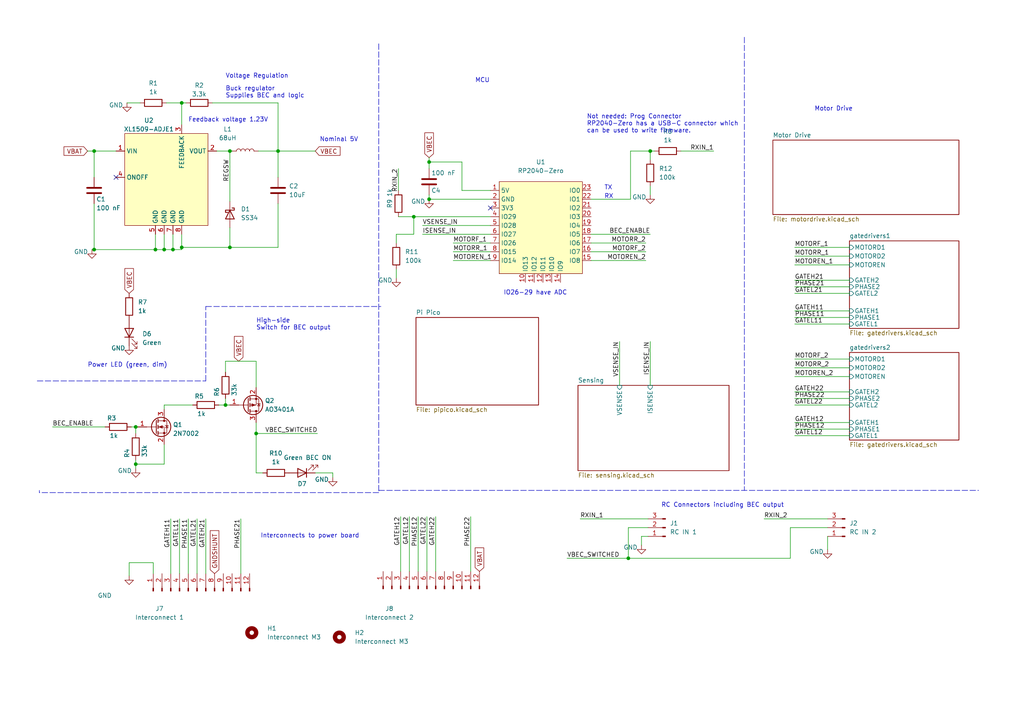
<source format=kicad_sch>
(kicad_sch (version 20210621) (generator eeschema)
  (paper "A4")
  (title_block (title "Feather ESC Logic Board") (date "2021-11-21"))
  (lib_symbols
    (symbol "Connector:Conn_01x03_Male" (pin_names (offset 1.016) hide)
      (property "Reference" "J" (at 0 5.08 0))
      (property "Value" "Conn_01x03_Male" (at 0 -5.08 0))
      (symbol "Conn_01x03_Male_1_1"
        (polyline (pts (xy 1.27 -2.54) (xy 0.8636 -2.54)) (stroke (width 0.1524)))
        (polyline (pts (xy 1.27 0) (xy 0.8636 0)) (stroke (width 0.1524)))
        (polyline (pts (xy 1.27 2.54) (xy 0.8636 2.54)) (stroke (width 0.1524)))
        (rectangle (start 0.8636 -2.413) (end 0 -2.667) (stroke (width 0.1524)) (fill (type outline)))
        (rectangle (start 0.8636 0.127) (end 0 -0.127) (stroke (width 0.1524)) (fill (type outline)))
        (rectangle (start 0.8636 2.667) (end 0 2.413) (stroke (width 0.1524)) (fill (type outline)))
        (pin passive line (at 5.08 2.54 180) (length 3.81) (name "Pin_1") (number "1"))
        (pin passive line (at 5.08 0 180) (length 3.81) (name "Pin_2") (number "2"))
        (pin passive line (at 5.08 -2.54 180) (length 3.81) (name "Pin_3") (number "3"))
      )
    )
    (symbol "Connector:Conn_01x12_Male" (pin_names (offset 1.016) hide)
      (property "Reference" "J" (at 0 15.24 0))
      (property "Value" "Conn_01x12_Male" (at 0 -17.78 0))
      (symbol "Conn_01x12_Male_1_1"
        (polyline (pts (xy 1.27 -15.24) (xy 0.8636 -15.24)) (stroke (width 0.1524)))
        (polyline (pts (xy 1.27 -12.7) (xy 0.8636 -12.7)) (stroke (width 0.1524)))
        (polyline (pts (xy 1.27 -10.16) (xy 0.8636 -10.16)) (stroke (width 0.1524)))
        (polyline (pts (xy 1.27 -7.62) (xy 0.8636 -7.62)) (stroke (width 0.1524)))
        (polyline (pts (xy 1.27 -5.08) (xy 0.8636 -5.08)) (stroke (width 0.1524)))
        (polyline (pts (xy 1.27 -2.54) (xy 0.8636 -2.54)) (stroke (width 0.1524)))
        (polyline (pts (xy 1.27 0) (xy 0.8636 0)) (stroke (width 0.1524)))
        (polyline (pts (xy 1.27 2.54) (xy 0.8636 2.54)) (stroke (width 0.1524)))
        (polyline (pts (xy 1.27 5.08) (xy 0.8636 5.08)) (stroke (width 0.1524)))
        (polyline (pts (xy 1.27 7.62) (xy 0.8636 7.62)) (stroke (width 0.1524)))
        (polyline (pts (xy 1.27 10.16) (xy 0.8636 10.16)) (stroke (width 0.1524)))
        (polyline (pts (xy 1.27 12.7) (xy 0.8636 12.7)) (stroke (width 0.1524)))
        (rectangle (start 0.8636 -15.113) (end 0 -15.367) (stroke (width 0.1524)) (fill (type outline)))
        (rectangle (start 0.8636 -12.573) (end 0 -12.827) (stroke (width 0.1524)) (fill (type outline)))
        (rectangle (start 0.8636 -10.033) (end 0 -10.287) (stroke (width 0.1524)) (fill (type outline)))
        (rectangle (start 0.8636 -7.493) (end 0 -7.747) (stroke (width 0.1524)) (fill (type outline)))
        (rectangle (start 0.8636 -4.953) (end 0 -5.207) (stroke (width 0.1524)) (fill (type outline)))
        (rectangle (start 0.8636 -2.413) (end 0 -2.667) (stroke (width 0.1524)) (fill (type outline)))
        (rectangle (start 0.8636 0.127) (end 0 -0.127) (stroke (width 0.1524)) (fill (type outline)))
        (rectangle (start 0.8636 2.667) (end 0 2.413) (stroke (width 0.1524)) (fill (type outline)))
        (rectangle (start 0.8636 5.207) (end 0 4.953) (stroke (width 0.1524)) (fill (type outline)))
        (rectangle (start 0.8636 7.747) (end 0 7.493) (stroke (width 0.1524)) (fill (type outline)))
        (rectangle (start 0.8636 10.287) (end 0 10.033) (stroke (width 0.1524)) (fill (type outline)))
        (rectangle (start 0.8636 12.827) (end 0 12.573) (stroke (width 0.1524)) (fill (type outline)))
        (pin passive line (at 5.08 12.7 180) (length 3.81) (name "Pin_1") (number "1"))
        (pin passive line (at 5.08 -10.16 180) (length 3.81) (name "Pin_10") (number "10"))
        (pin passive line (at 5.08 -12.7 180) (length 3.81) (name "Pin_11") (number "11"))
        (pin passive line (at 5.08 -15.24 180) (length 3.81) (name "Pin_12") (number "12"))
        (pin passive line (at 5.08 10.16 180) (length 3.81) (name "Pin_2") (number "2"))
        (pin passive line (at 5.08 7.62 180) (length 3.81) (name "Pin_3") (number "3"))
        (pin passive line (at 5.08 5.08 180) (length 3.81) (name "Pin_4") (number "4"))
        (pin passive line (at 5.08 2.54 180) (length 3.81) (name "Pin_5") (number "5"))
        (pin passive line (at 5.08 0 180) (length 3.81) (name "Pin_6") (number "6"))
        (pin passive line (at 5.08 -2.54 180) (length 3.81) (name "Pin_7") (number "7"))
        (pin passive line (at 5.08 -5.08 180) (length 3.81) (name "Pin_8") (number "8"))
        (pin passive line (at 5.08 -7.62 180) (length 3.81) (name "Pin_9") (number "9"))
      )
    )
    (symbol "Device:C" (pin_numbers hide) (pin_names (offset 0.254))
      (property "Reference" "C" (at 0.635 2.54 0))
      (property "Value" "C" (at 0.635 -2.54 0))
      (symbol "C_0_1"
        (polyline (pts (xy -2.032 -0.762) (xy 2.032 -0.762)) (stroke (width 0.508)))
        (polyline (pts (xy -2.032 0.762) (xy 2.032 0.762)) (stroke (width 0.508)))
      )
      (symbol "C_1_1"
        (pin passive line (at 0 3.81 270) (length 2.794) (name "~") (number "1"))
        (pin passive line (at 0 -3.81 90) (length 2.794) (name "~") (number "2"))
      )
    )
    (symbol "Device:D_Schottky" (pin_numbers hide) (pin_names (offset 1.016) hide)
      (property "Reference" "D" (at 0 2.54 0))
      (property "Value" "D_Schottky" (at 0 -2.54 0))
      (symbol "D_Schottky_0_1"
        (polyline (pts (xy 1.27 0) (xy -1.27 0)))
        (polyline (pts (xy 1.27 1.27) (xy 1.27 -1.27) (xy -1.27 0) (xy 1.27 1.27)) (stroke (width 0.254)))
        (polyline (pts (xy -1.905 0.635) (xy -1.905 1.27) (xy -1.27 1.27) (xy -1.27 -1.27) (xy -0.635 -1.27) (xy -0.635 -0.635)) (stroke (width 0.254)))
      )
      (symbol "D_Schottky_1_1"
        (pin passive line (at -3.81 0 0) (length 2.54) (name "K") (number "1"))
        (pin passive line (at 3.81 0 180) (length 2.54) (name "A") (number "2"))
      )
    )
    (symbol "Device:L" (pin_numbers hide) (pin_names (offset 1.016) hide)
      (property "Reference" "L" (at -1.27 0 90))
      (property "Value" "L" (at 1.905 0 90))
      (symbol "L_0_1"
        (arc (start 0 -2.54) (mid 0.635 -1.905) (end 0 -1.27))
        (arc (start 0 -1.27) (mid 0.635 -0.635) (end 0 0))
        (arc (start 0 0) (mid 0.635 0.635) (end 0 1.27))
        (arc (start 0 1.27) (mid 0.635 1.905) (end 0 2.54))
      )
      (symbol "L_1_1"
        (pin passive line (at 0 3.81 270) (length 1.27) (name "1") (number "1"))
        (pin passive line (at 0 -3.81 90) (length 1.27) (name "2") (number "2"))
      )
    )
    (symbol "Device:LED" (pin_numbers hide) (pin_names (offset 1.016) hide)
      (property "Reference" "D" (at 0 2.54 0))
      (property "Value" "LED" (at 0 -2.54 0))
      (symbol "LED_0_1"
        (polyline (pts (xy -1.27 -1.27) (xy -1.27 1.27)) (stroke (width 0.254)))
        (polyline (pts (xy -1.27 0) (xy 1.27 0)))
        (polyline (pts (xy 1.27 -1.27) (xy 1.27 1.27) (xy -1.27 0) (xy 1.27 -1.27)) (stroke (width 0.254)))
        (polyline (pts (xy -3.048 -0.762) (xy -4.572 -2.286) (xy -3.81 -2.286) (xy -4.572 -2.286) (xy -4.572 -1.524)))
        (polyline (pts (xy -1.778 -0.762) (xy -3.302 -2.286) (xy -2.54 -2.286) (xy -3.302 -2.286) (xy -3.302 -1.524)))
      )
      (symbol "LED_1_1"
        (pin passive line (at -3.81 0 0) (length 2.54) (name "K") (number "1"))
        (pin passive line (at 3.81 0 180) (length 2.54) (name "A") (number "2"))
      )
    )
    (symbol "Device:R" (pin_numbers hide) (pin_names (offset 0))
      (property "Reference" "R" (at 2.032 0 90))
      (property "Value" "R" (at 0 0 90))
      (symbol "R_0_1"
        (rectangle (start -1.016 -2.54) (end 1.016 2.54) (stroke (width 0.254)))
      )
      (symbol "R_1_1"
        (pin passive line (at 0 3.81 270) (length 1.27) (name "~") (number "1"))
        (pin passive line (at 0 -3.81 90) (length 1.27) (name "~") (number "2"))
      )
    )
    (symbol "Mechanical:MountingHole" (pin_names (offset 1.016))
      (property "Reference" "H" (at 0 5.08 0))
      (property "Value" "MountingHole" (at 0 3.175 0))
      (symbol "MountingHole_0_1"
        (circle (center 0 0) (radius 1.27) (stroke (width 1.27)))
      )
    )
    (symbol "Transistor_FET:2N7002" (pin_names hide)
      (property "Reference" "Q" (at 5.08 1.905 0))
      (property "Value" "2N7002" (at 5.08 0 0))
      (symbol "2N7002_0_1"
        (polyline (pts (xy 0.254 0) (xy -2.54 0)))
        (polyline (pts (xy 0.254 1.905) (xy 0.254 -1.905)) (stroke (width 0.254)))
        (polyline (pts (xy 0.762 -1.27) (xy 0.762 -2.286)) (stroke (width 0.254)))
        (polyline (pts (xy 0.762 0.508) (xy 0.762 -0.508)) (stroke (width 0.254)))
        (polyline (pts (xy 0.762 2.286) (xy 0.762 1.27)) (stroke (width 0.254)))
        (polyline (pts (xy 2.54 2.54) (xy 2.54 1.778)))
        (polyline (pts (xy 2.54 -2.54) (xy 2.54 0) (xy 0.762 0)))
        (polyline (pts (xy 0.762 -1.778) (xy 3.302 -1.778) (xy 3.302 1.778) (xy 0.762 1.778)))
        (polyline (pts (xy 1.016 0) (xy 2.032 0.381) (xy 2.032 -0.381) (xy 1.016 0)) (fill (type outline)))
        (polyline (pts (xy 2.794 0.508) (xy 2.921 0.381) (xy 3.683 0.381) (xy 3.81 0.254)))
        (polyline (pts (xy 3.302 0.381) (xy 2.921 -0.254) (xy 3.683 -0.254) (xy 3.302 0.381)))
        (circle (center 1.651 0) (radius 2.794) (stroke (width 0.254)))
        (circle (center 2.54 -1.778) (radius 0.254) (fill (type outline)))
        (circle (center 2.54 1.778) (radius 0.254) (fill (type outline)))
      )
      (symbol "2N7002_1_1"
        (pin input line (at -5.08 0 0) (length 2.54) (name "G") (number "1"))
        (pin passive line (at 2.54 -5.08 90) (length 2.54) (name "S") (number "2"))
        (pin passive line (at 2.54 5.08 270) (length 2.54) (name "D") (number "3"))
      )
    )
    (symbol "Transistor_FET:AO3401A" (pin_names hide)
      (property "Reference" "Q" (at 5.08 1.905 0))
      (property "Value" "AO3401A" (at 5.08 0 0))
      (symbol "AO3401A_0_1"
        (polyline (pts (xy 0.254 0) (xy -2.54 0)))
        (polyline (pts (xy 0.254 1.905) (xy 0.254 -1.905)) (stroke (width 0.254)))
        (polyline (pts (xy 0.762 -1.27) (xy 0.762 -2.286)) (stroke (width 0.254)))
        (polyline (pts (xy 0.762 0.508) (xy 0.762 -0.508)) (stroke (width 0.254)))
        (polyline (pts (xy 0.762 2.286) (xy 0.762 1.27)) (stroke (width 0.254)))
        (polyline (pts (xy 2.54 2.54) (xy 2.54 1.778)))
        (polyline (pts (xy 2.54 -2.54) (xy 2.54 0) (xy 0.762 0)))
        (polyline (pts (xy 0.762 1.778) (xy 3.302 1.778) (xy 3.302 -1.778) (xy 0.762 -1.778)))
        (polyline (pts (xy 2.286 0) (xy 1.27 0.381) (xy 1.27 -0.381) (xy 2.286 0)) (fill (type outline)))
        (polyline (pts (xy 2.794 -0.508) (xy 2.921 -0.381) (xy 3.683 -0.381) (xy 3.81 -0.254)))
        (polyline (pts (xy 3.302 -0.381) (xy 2.921 0.254) (xy 3.683 0.254) (xy 3.302 -0.381)))
        (circle (center 1.651 0) (radius 2.794) (stroke (width 0.254)))
        (circle (center 2.54 -1.778) (radius 0.254) (fill (type outline)))
        (circle (center 2.54 1.778) (radius 0.254) (fill (type outline)))
      )
      (symbol "AO3401A_1_1"
        (pin input line (at -5.08 0 0) (length 2.54) (name "G") (number "1"))
        (pin passive line (at 2.54 -5.08 90) (length 2.54) (name "S") (number "2"))
        (pin passive line (at 2.54 5.08 270) (length 2.54) (name "D") (number "3"))
      )
    )
    (symbol "featheresc_logic:RP2040-Zero"
      (property "Reference" "U" (at -15.24 3.81 0))
      (property "Value" "RP2040-Zero" (at -1.27 8.89 0))
      (symbol "RP2040-Zero_0_0"
        (pin power_in line (at -15.24 3.81 0) (length 2.54) (name "5V") (number "1"))
        (pin bidirectional line (at -5.08 -22.86 90) (length 2.54) (name "IO13") (number "10"))
        (pin bidirectional line (at -2.54 -22.86 90) (length 2.54) (name "IO12") (number "11"))
        (pin bidirectional line (at 0 -22.86 90) (length 2.54) (name "IO11") (number "12"))
        (pin bidirectional line (at 2.54 -22.86 90) (length 2.54) (name "IO10") (number "13"))
        (pin bidirectional line (at 5.08 -22.86 90) (length 2.54) (name "IO9") (number "14"))
        (pin bidirectional line (at 13.97 -16.51 180) (length 2.54) (name "IO8") (number "15"))
        (pin bidirectional line (at 13.97 -13.97 180) (length 2.54) (name "IO7") (number "16"))
        (pin bidirectional line (at 13.97 -11.43 180) (length 2.54) (name "IO6") (number "17"))
        (pin bidirectional line (at 13.97 -8.89 180) (length 2.54) (name "IO5") (number "18"))
        (pin bidirectional line (at 13.97 -6.35 180) (length 2.54) (name "IO4") (number "19"))
        (pin power_in line (at -15.24 1.27 0) (length 2.54) (name "GND") (number "2"))
        (pin bidirectional line (at 13.97 -3.81 180) (length 2.54) (name "IO3") (number "20"))
        (pin bidirectional line (at 13.97 -1.27 180) (length 2.54) (name "IO2") (number "21"))
        (pin bidirectional line (at 13.97 1.27 180) (length 2.54) (name "IO1") (number "22"))
        (pin bidirectional line (at 13.97 3.81 180) (length 2.54) (name "IO0") (number "23"))
        (pin power_out line (at -15.24 -1.27 0) (length 2.54) (name "3V3") (number "3"))
        (pin bidirectional line (at -15.24 -3.81 0) (length 2.54) (name "IO29") (number "4"))
        (pin bidirectional line (at -15.24 -6.35 0) (length 2.54) (name "IO28") (number "5"))
        (pin bidirectional line (at -15.24 -8.89 0) (length 2.54) (name "IO27") (number "6"))
        (pin bidirectional line (at -15.24 -11.43 0) (length 2.54) (name "IO26") (number "7"))
        (pin bidirectional line (at -15.24 -13.97 0) (length 2.54) (name "IO15") (number "8"))
        (pin bidirectional line (at -15.24 -16.51 0) (length 2.54) (name "IO14") (number "9"))
      )
      (symbol "RP2040-Zero_0_1"
        (rectangle (start -12.7 6.35) (end 11.43 -20.32) (stroke (width 0.1524)) (fill (type background)))
      )
    )
    (symbol "featheresc_logic:XL1509"
      (property "Reference" "U" (at -1.27 0 0))
      (property "Value" "XL1509" (at -1.27 2.54 0))
      (symbol "XL1509_0_0"
        (pin power_out line (at 13.97 6.35 180) (length 2.54) (name "VOUT") (number "2"))
        (pin input line (at 3.81 13.97 270) (length 2.54) (name "FEEDBACK") (number "3"))
        (pin input line (at -15.24 -1.27 0) (length 2.54) (name "ONOFF") (number "4"))
        (pin power_in line (at -3.81 -17.78 90) (length 2.54) (name "GND") (number "5"))
        (pin power_in line (at -1.27 -17.78 90) (length 2.54) (name "GND") (number "6"))
        (pin power_in line (at 1.27 -17.78 90) (length 2.54) (name "GND") (number "7"))
        (pin power_in line (at 3.81 -17.78 90) (length 2.54) (name "GND") (number "8"))
      )
      (symbol "XL1509_0_1"
        (rectangle (start -12.7 11.43) (end 11.43 -15.24) (stroke (width 0.1524)) (fill (type background)))
      )
      (symbol "XL1509_1_1"
        (pin power_in line (at -15.24 6.35 0) (length 2.54) (name "VIN") (number "1"))
      )
    )
    (symbol "power:GND" (power) (pin_names (offset 0))
      (property "Value" "GND" (at 0 -3.81 0))
      (symbol "GND_0_1"
        (polyline (pts (xy 0 0) (xy 0 -1.27) (xy 1.27 -1.27) (xy 0 -2.54) (xy -1.27 -1.27) (xy 0 -1.27)))
      )
      (symbol "GND_1_1"
        (pin power_in line (at 0 0 270) (length 0) hide (name "GND") (number "1"))
      )
    )
  )
  (junction (at 65.405 117.475))
  (junction (at 47.625 72.39))
  (junction (at 74.295 125.73))
  (junction (at 124.46 57.785))
  (junction (at 50.165 72.39))
  (junction (at 52.705 71.755))
  (junction (at 39.37 134.62))
  (junction (at 52.705 29.845))
  (junction (at 80.645 43.815))
  (junction (at 120.015 62.865))
  (junction (at 182.245 161.925))
  (junction (at 188.595 43.815))
  (junction (at 124.46 46.99))
  (junction (at 66.675 43.815))
  (junction (at 45.085 72.39))
  (junction (at 27.305 72.39))
  (junction (at 27.305 43.815))
  (junction (at 39.37 123.825))
  (junction (at 66.675 71.755))
  (no_connect (at 33.655 51.435))
  (no_connect (at 142.24 60.325))
  (wire (pts (xy 36.83 29.845) (xy 40.64 29.845)))
  (polyline (pts (xy 109.855 12.7) (xy 109.855 142.875)))
  (polyline (pts (xy 11.43 142.24) (xy 11.43 142.875)))
  (polyline (pts (xy 109.855 142.875) (xy 11.43 142.875)))
  (wire (pts (xy 52.07 150.495) (xy 52.07 166.37)))
  (wire (pts (xy 74.295 104.775) (xy 74.295 112.395)))
  (wire (pts (xy 49.53 150.495) (xy 49.53 166.37)))
  (wire (pts (xy 182.245 153.035) (xy 182.245 161.925)))
  (wire (pts (xy 187.96 153.035) (xy 182.245 153.035)))
  (wire (pts (xy 50.165 72.39) (xy 47.625 72.39)))
  (wire (pts (xy 50.165 67.945) (xy 50.165 72.39)))
  (wire (pts (xy 230.505 109.22) (xy 246.38 109.22)))
  (wire (pts (xy 230.505 76.835) (xy 246.38 76.835)))
  (wire (pts (xy 76.2 137.16) (xy 74.295 137.16)))
  (wire (pts (xy 74.295 125.73) (xy 74.295 137.16)))
  (wire (pts (xy 230.505 113.665) (xy 246.38 113.665)))
  (polyline (pts (xy 215.9 10.795) (xy 215.9 142.24)))
  (wire (pts (xy 131.445 75.565) (xy 142.24 75.565)))
  (wire (pts (xy 230.505 90.17) (xy 246.38 90.17)))
  (wire (pts (xy 115.57 48.895) (xy 115.57 55.245)))
  (wire (pts (xy 187.325 70.485) (xy 171.45 70.485)))
  (wire (pts (xy 182.245 161.925) (xy 164.465 161.925)))
  (wire (pts (xy 74.93 43.815) (xy 80.645 43.815)))
  (wire (pts (xy 230.505 117.475) (xy 246.38 117.475)))
  (wire (pts (xy 45.085 67.945) (xy 45.085 72.39)))
  (wire (pts (xy 26.67 72.39) (xy 27.305 72.39)))
  (wire (pts (xy 27.305 72.39) (xy 45.085 72.39)))
  (wire (pts (xy 30.48 123.825) (xy 15.24 123.825)))
  (wire (pts (xy 188.595 43.815) (xy 188.595 46.355)))
  (wire (pts (xy 66.675 66.04) (xy 66.675 71.755)))
  (wire (pts (xy 230.505 74.295) (xy 246.38 74.295)))
  (wire (pts (xy 121.285 149.86) (xy 121.285 165.735)))
  (wire (pts (xy 136.525 149.86) (xy 136.525 165.735)))
  (wire (pts (xy 62.865 43.815) (xy 66.675 43.815)))
  (wire (pts (xy 66.675 43.815) (xy 67.31 43.815)))
  (wire (pts (xy 44.45 163.195) (xy 37.465 163.195)))
  (wire (pts (xy 37.465 163.195) (xy 37.465 167.005)))
  (wire (pts (xy 44.45 166.37) (xy 44.45 163.195)))
  (wire (pts (xy 123.825 149.86) (xy 123.825 165.735)))
  (wire (pts (xy 124.46 57.785) (xy 142.24 57.785)))
  (wire (pts (xy 124.46 46.99) (xy 133.985 46.99)))
  (wire (pts (xy 133.985 46.99) (xy 133.985 55.245)))
  (wire (pts (xy 133.985 55.245) (xy 142.24 55.245)))
  (wire (pts (xy 230.505 115.57) (xy 246.38 115.57)))
  (wire (pts (xy 65.405 107.95) (xy 65.405 104.775)))
  (wire (pts (xy 65.405 104.775) (xy 74.295 104.775)))
  (wire (pts (xy 230.505 81.28) (xy 246.38 81.28)))
  (wire (pts (xy 230.505 104.14) (xy 246.38 104.14)))
  (wire (pts (xy 48.26 29.845) (xy 52.705 29.845)))
  (wire (pts (xy 52.705 29.845) (xy 53.975 29.845)))
  (wire (pts (xy 47.625 134.62) (xy 39.37 134.62)))
  (wire (pts (xy 47.625 128.905) (xy 47.625 134.62)))
  (wire (pts (xy 168.275 150.495) (xy 187.96 150.495)))
  (wire (pts (xy 187.325 73.025) (xy 171.45 73.025)))
  (wire (pts (xy 91.44 137.16) (xy 96.52 137.16)))
  (wire (pts (xy 96.52 137.16) (xy 96.52 138.43)))
  (wire (pts (xy 59.69 150.495) (xy 59.69 166.37)))
  (wire (pts (xy 142.24 65.405) (xy 122.555 65.405)))
  (wire (pts (xy 188.595 99.06) (xy 188.595 111.76)))
  (wire (pts (xy 80.645 51.435) (xy 80.645 43.815)))
  (wire (pts (xy 54.61 150.495) (xy 54.61 166.37)))
  (wire (pts (xy 240.03 155.575) (xy 240.03 159.385)))
  (wire (pts (xy 55.88 117.475) (xy 47.625 117.475)))
  (wire (pts (xy 47.625 117.475) (xy 47.625 118.745)))
  (wire (pts (xy 52.705 29.845) (xy 52.705 36.195)))
  (wire (pts (xy 27.305 43.815) (xy 27.305 51.435)))
  (wire (pts (xy 27.305 43.815) (xy 33.655 43.815)))
  (wire (pts (xy 25.4 43.815) (xy 27.305 43.815)))
  (wire (pts (xy 65.405 115.57) (xy 65.405 117.475)))
  (polyline (pts (xy 10.795 110.49) (xy 59.69 110.49)))
  (polyline (pts (xy 59.69 88.9) (xy 110.49 88.9)))
  (polyline (pts (xy 59.69 110.49) (xy 59.69 88.9)))
  (wire (pts (xy 66.675 43.815) (xy 66.675 58.42)))
  (wire (pts (xy 230.505 92.075) (xy 246.38 92.075)))
  (wire (pts (xy 221.615 150.495) (xy 240.03 150.495)))
  (wire (pts (xy 69.85 150.495) (xy 69.85 166.37)))
  (wire (pts (xy 52.705 71.755) (xy 52.705 72.39)))
  (wire (pts (xy 52.705 67.945) (xy 52.705 71.755)))
  (wire (pts (xy 52.705 72.39) (xy 50.165 72.39)))
  (wire (pts (xy 230.505 85.09) (xy 246.38 85.09)))
  (wire (pts (xy 57.15 150.495) (xy 57.15 166.37)))
  (wire (pts (xy 39.37 123.825) (xy 39.37 125.73)))
  (wire (pts (xy 118.745 149.86) (xy 118.745 165.735)))
  (wire (pts (xy 187.325 75.565) (xy 171.45 75.565)))
  (wire (pts (xy 230.505 71.755) (xy 246.38 71.755)))
  (wire (pts (xy 115.57 62.865) (xy 120.015 62.865)))
  (wire (pts (xy 120.015 62.865) (xy 142.24 62.865)))
  (wire (pts (xy 188.595 53.975) (xy 188.595 56.515)))
  (wire (pts (xy 230.505 83.185) (xy 246.38 83.185)))
  (wire (pts (xy 126.365 149.86) (xy 126.365 165.735)))
  (wire (pts (xy 74.295 122.555) (xy 74.295 125.73)))
  (wire (pts (xy 74.295 125.73) (xy 92.075 125.73)))
  (wire (pts (xy 179.705 99.06) (xy 179.705 111.76)))
  (wire (pts (xy 65.405 117.475) (xy 66.675 117.475)))
  (wire (pts (xy 63.5 117.475) (xy 65.405 117.475)))
  (wire (pts (xy 186.055 155.575) (xy 186.055 158.115)))
  (wire (pts (xy 187.96 155.575) (xy 186.055 155.575)))
  (wire (pts (xy 131.445 70.485) (xy 142.24 70.485)))
  (wire (pts (xy 116.205 149.86) (xy 116.205 165.735)))
  (wire (pts (xy 171.45 57.785) (xy 182.88 57.785)))
  (wire (pts (xy 182.88 57.785) (xy 182.88 43.815)))
  (wire (pts (xy 188.595 43.815) (xy 189.865 43.815)))
  (wire (pts (xy 182.88 43.815) (xy 188.595 43.815)))
  (wire (pts (xy 131.445 73.025) (xy 142.24 73.025)))
  (wire (pts (xy 39.37 134.62) (xy 39.37 135.89)))
  (wire (pts (xy 39.37 133.35) (xy 39.37 134.62)))
  (wire (pts (xy 124.46 46.99) (xy 124.46 48.895)))
  (wire (pts (xy 124.46 45.72) (xy 124.46 46.99)))
  (wire (pts (xy 230.505 122.555) (xy 246.38 122.555)))
  (wire (pts (xy 27.305 59.055) (xy 27.305 72.39)))
  (wire (pts (xy 230.505 124.46) (xy 246.38 124.46)))
  (wire (pts (xy 66.675 71.755) (xy 52.705 71.755)))
  (wire (pts (xy 66.675 71.755) (xy 80.645 71.755)))
  (wire (pts (xy 80.645 59.055) (xy 80.645 71.755)))
  (wire (pts (xy 229.235 161.925) (xy 182.245 161.925)))
  (wire (pts (xy 229.235 153.035) (xy 229.235 161.925)))
  (wire (pts (xy 240.03 153.035) (xy 229.235 153.035)))
  (wire (pts (xy 142.24 67.945) (xy 122.555 67.945)))
  (polyline (pts (xy 109.855 142.24) (xy 283.845 142.24)))
  (wire (pts (xy 230.505 93.98) (xy 246.38 93.98)))
  (wire (pts (xy 114.935 78.105) (xy 114.935 80.645)))
  (wire (pts (xy 47.625 67.945) (xy 47.625 72.39)))
  (wire (pts (xy 47.625 72.39) (xy 45.085 72.39)))
  (wire (pts (xy 230.505 106.68) (xy 246.38 106.68)))
  (wire (pts (xy 171.45 67.945) (xy 188.595 67.945)))
  (wire (pts (xy 61.595 29.845) (xy 80.645 29.845)))
  (wire (pts (xy 80.645 29.845) (xy 80.645 43.815)))
  (wire (pts (xy 124.46 56.515) (xy 124.46 57.785)))
  (wire (pts (xy 197.485 43.815) (xy 207.01 43.815)))
  (wire (pts (xy 38.1 123.825) (xy 39.37 123.825)))
  (wire (pts (xy 39.37 123.825) (xy 40.005 123.825)))
  (wire (pts (xy 80.645 43.815) (xy 91.44 43.815)))
  (wire (pts (xy 114.935 67.945) (xy 120.015 67.945)))
  (wire (pts (xy 114.935 70.485) (xy 114.935 67.945)))
  (wire (pts (xy 120.015 62.865) (xy 120.015 67.945)))
  (wire (pts (xy 230.505 126.365) (xy 246.38 126.365)))
  (text "RC Connectors including BEC output" (at 191.77 147.32 0) (effects (font (size 1.27 1.27)) (justify left bottom)))
  (text "Motor Drive\n" (at 236.22 32.385 0) (effects (font (size 1.27 1.27)) (justify left bottom)))
  (text "Not needed: Prog Connector\nRP2040-Zero has a USB-C connector which\ncan be used to write firmware." (at 170.18 38.735 0) (effects (font (size 1.27 1.27)) (justify left bottom)))
  (text "Feedback voltage 1.23V" (at 54.61 35.56 0) (effects (font (size 1.27 1.27)) (justify left bottom)))
  (text "Buck regulator\nSupplies BEC and logic" (at 65.405 28.575 0) (effects (font (size 1.27 1.27)) (justify left bottom)))
  (text "Power LED (green, dim)" (at 25.4 106.68 0) (effects (font (size 1.27 1.27)) (justify left bottom)))
  (text "RX" (at 175.26 57.785 0) (effects (font (size 1.27 1.27)) (justify left bottom)))
  (text "Nominal 5V" (at 92.71 41.275 0) (effects (font (size 1.27 1.27)) (justify left bottom)))
  (text "IO26-29 have ADC" (at 146.05 85.725 0) (effects (font (size 1.27 1.27)) (justify left bottom)))
  (text "MCU" (at 137.795 24.13 0) (effects (font (size 1.27 1.27)) (justify left bottom)))
  (text "Voltage Regulation" (at 65.405 22.86 0) (effects (font (size 1.27 1.27)) (justify left bottom)))
  (text "TX" (at 175.26 55.245 0) (effects (font (size 1.27 1.27)) (justify left bottom)))
  (text "High-side\nSwitch for BEC output" (at 74.295 95.885 0) (effects (font (size 1.27 1.27)) (justify left bottom)))
  (text "Interconnects to power board" (at 75.565 156.21 0) (effects (font (size 1.27 1.27)) (justify left bottom)))
  (label "GATEH11" (at 230.505 90.17 0))
  (label "PHASE22" (at 230.505 115.57 0))
  (label "REGSW" (at 66.675 52.705 90))
  (label "VSENSE_IN" (at 179.705 99.06 270))
  (label "GATEL12" (at 118.745 149.86 270))
  (label "GATEH22" (at 230.505 113.665 0))
  (label "VSENSE_IN" (at 122.555 65.405 0))
  (label "GATEL22" (at 230.505 117.475 0))
  (label "MOTOREN_1" (at 230.505 76.835 0))
  (label "MOTORR_2" (at 187.325 70.485 180))
  (label "GATEL12" (at 230.505 126.365 0))
  (label "PHASE12" (at 230.505 124.46 0))
  (label "VBEC_SWITCHED" (at 92.075 125.73 180))
  (label "GATEL21" (at 57.15 150.495 270))
  (label "VBEC_SWITCHED" (at 164.465 161.925 0))
  (label "PHASE12" (at 121.285 149.86 270))
  (label "MOTOREN_2" (at 230.505 109.22 0))
  (label "MOTOREN_2" (at 187.325 75.565 180))
  (label "GATEH22" (at 126.365 149.86 270))
  (label "PHASE11" (at 230.505 92.075 0))
  (label "RXIN_1" (at 168.275 150.495 0))
  (label "RXIN_2" (at 115.57 48.895 270))
  (label "MOTORF_1" (at 230.505 71.755 0))
  (label "GATEL22" (at 123.825 149.86 270))
  (label "GATEL11" (at 52.07 150.495 270))
  (label "MOTORR_1" (at 131.445 73.025 0))
  (label "MOTORF_2" (at 230.505 104.14 0))
  (label "GATEH21" (at 59.69 150.495 270))
  (label "PHASE11" (at 54.61 150.495 270))
  (label "MOTORF_1" (at 131.445 70.485 0))
  (label "PHASE22" (at 136.525 149.86 270))
  (label "ISENSE_IN" (at 188.595 99.06 270))
  (label "MOTORR_2" (at 230.505 106.68 0))
  (label "GATEL11" (at 230.505 93.98 0))
  (label "RXIN_1" (at 207.01 43.815 180))
  (label "GATEL21" (at 230.505 85.09 0))
  (label "BEC_ENABLE" (at 15.24 123.825 0))
  (label "MOTORR_1" (at 230.505 74.295 0))
  (label "MOTORF_2" (at 187.325 73.025 180))
  (label "PHASE21" (at 230.505 83.185 0))
  (label "GATEH21" (at 230.505 81.28 0))
  (label "MOTOREN_1" (at 131.445 75.565 0))
  (label "GATEH12" (at 116.205 149.86 270))
  (label "GATEH11" (at 49.53 150.495 270))
  (label "BEC_ENABLE" (at 188.595 67.945 180))
  (label "ISENSE_IN" (at 122.555 67.945 0))
  (label "GATEH12" (at 230.505 122.555 0))
  (label "PHASE21" (at 69.85 150.495 270))
  (label "RXIN_2" (at 221.615 150.495 0))
  (global_label "VBEC" (shape input) (at 37.465 85.09 90) (property "Intersheet References" "${INTERSHEET_REFS}" (effects hide)))
  (global_label "VBEC" (shape input) (at 69.215 104.775 90) (property "Intersheet References" "${INTERSHEET_REFS}" (effects hide)))
  (global_label "VBAT" (shape input) (at 139.065 165.735 90) (property "Intersheet References" "${INTERSHEET_REFS}" (effects hide)))
  (global_label "VBAT" (shape input) (at 25.4 43.815 180) (property "Intersheet References" "${INTERSHEET_REFS}" (effects hide)))
  (global_label "VBEC" (shape input) (at 91.44 43.815 0) (property "Intersheet References" "${INTERSHEET_REFS}" (effects hide)))
  (global_label "GNDSHUNT" (shape input) (at 62.23 166.37 90) (property "Intersheet References" "${INTERSHEET_REFS}" (effects hide)))
  (global_label "VBEC" (shape input) (at 124.46 45.72 90) (property "Intersheet References" "${INTERSHEET_REFS}" (effects hide)))
  (symbol (lib_id "Connector:Conn_01x03_Male") (at 193.04 153.035 180) (unit 1)
    (property "Reference" "J1" (at 194.31 151.7649 0) (effects (justify right)))
    (property "Value" "RC IN 1" (at 194.31 154.3049 0) (effects (justify right)))
    (property "Footprint" "Connector_JST:JST_XA_S03B-XASK-1_1x03_P2.50mm_Horizontal" (effects hide))
  )
  (symbol (lib_id "featheresc_logic:RP2040-Zero") (at 157.48 59.055 0) (unit 1)
    (property "Reference" "U1" (at 156.845 46.99 0))
    (property "Value" "RP2040-Zero" (at 156.845 49.53 0))
    (property "Footprint" "featheresc_logic:RP2040-Zero" (effects hide))
    (property "Datasheet" "https://www.waveshare.com/wiki/RP2040-Zero" (effects hide))
  )
  (symbol (lib_id "Transistor_FET:2N7002") (at 45.085 123.825 0) (unit 1)
    (property "Reference" "Q1" (at 50.165 123.19 0) (effects (justify left)))
    (property "Value" "2N7002" (at 50.165 125.73 0) (effects (justify left)))
    (property "Footprint" "Package_TO_SOT_SMD:SOT-23" (effects hide))
    (property "Datasheet" "https://www.onsemi.com/pub/Collateral/NDS7002A-D.PDF" (effects hide))
  )
  (symbol (lib_id "Transistor_FET:AO3401A") (at 71.755 117.475 0) (mirror x) (unit 1)
    (property "Reference" "Q2" (at 76.835 116.205 0) (effects (justify left)))
    (property "Value" "AO3401A" (at 76.835 118.745 0) (effects (justify left)))
    (property "Footprint" "Package_TO_SOT_SMD:SOT-23" (effects hide))
    (property "Datasheet" "http://www.aosmd.com/pdfs/datasheet/AO3401A.pdf" (effects hide))
  )
  (symbol (lib_id "Mechanical:MountingHole") (at 73.025 183.515 0) (unit 1)
    (property "Reference" "H1" (at 77.47 182.2449 0) (effects (justify left)))
    (property "Value" "Interconnect M3" (at 77.47 184.7849 0) (effects (justify left)))
    (property "Footprint" "MountingHole:MountingHole_3.2mm_M3" (effects hide))
  )
  (symbol (lib_id "Device:R") (at 80.01 137.16 270) (unit 1)
    (property "Reference" "R10" (at 80.01 131.445 90))
    (property "Value" "1k" (at 80.01 133.985 90))
    (property "Footprint" "Resistor_SMD:R_0603_1608Metric_Pad0.98x0.95mm_HandSolder" (effects hide))
  )
  (symbol (lib_id "Mechanical:MountingHole") (at 98.425 184.785 0) (unit 1)
    (property "Reference" "H2" (at 102.87 183.5149 0) (effects (justify left)))
    (property "Value" "Interconnect M3" (at 102.87 186.0549 0) (effects (justify left)))
    (property "Footprint" "MountingHole:MountingHole_3.2mm_M3" (effects hide))
  )
  (symbol (lib_id "featheresc_logic:XL1509") (at 48.895 50.165 0) (unit 1)
    (property "Reference" "U2" (at 43.18 34.925 0))
    (property "Value" "XL1509-ADJE1" (at 43.18 37.465 0))
    (property "Footprint" "Package_SO:SOIC-8_3.9x4.9mm_P1.27mm" (effects hide))
    (property "LCSC" "C74192" (effects hide))
  )
  (symbol (lib_id "power:GND") (at 36.83 29.845 0) (unit 1)
    (property "Reference" "#PWR03" (effects hide))
    (property "Value" "GND" (at 33.655 30.48 0))
  )
  (symbol (lib_id "Device:L") (at 71.12 43.815 90) (unit 1)
    (property "Reference" "L1" (at 66.04 37.465 90))
    (property "Value" "68uH" (at 66.04 40.005 90))
    (property "Footprint" "Inductor_SMD:L_10.4x10.4_H4.8" (effects hide))
    (property "LCSC" "C286354" (effects hide))
  )
  (symbol (lib_id "Device:C") (at 80.645 55.245 0) (unit 1)
    (property "Reference" "C2" (at 83.82 53.9749 0) (effects (justify left)))
    (property "Value" "10uF" (at 83.82 56.5149 0) (effects (justify left)))
    (property "Footprint" "Capacitor_SMD:C_1206_3216Metric" (effects hide))
  )
  (symbol (lib_id "Device:R") (at 193.675 43.815 90) (unit 1)
    (property "Reference" "R8" (at 193.675 38.1 90))
    (property "Value" "1k" (at 193.675 40.64 90))
    (property "Footprint" "Resistor_SMD:R_0603_1608Metric_Pad0.98x0.95mm_HandSolder" (effects hide))
  )
  (symbol (lib_id "Device:R") (at 59.69 117.475 90) (unit 1)
    (property "Reference" "R5" (at 57.785 114.935 90))
    (property "Value" "1k" (at 58.42 120.015 90))
    (property "Footprint" "Resistor_SMD:R_0603_1608Metric_Pad0.98x0.95mm_HandSolder" (effects hide))
  )
  (symbol (lib_id "power:GND") (at 240.03 159.385 0) (unit 1)
    (property "Reference" "#PWR018" (effects hide))
    (property "Value" "GND" (at 236.855 160.02 0))
  )
  (symbol (lib_id "Device:R") (at 115.57 59.055 180) (unit 1)
    (property "Reference" "R9" (at 113.03 59.055 90))
    (property "Value" "1k" (at 113.03 55.88 90))
    (property "Footprint" "Resistor_SMD:R_0603_1608Metric_Pad0.98x0.95mm_HandSolder" (effects hide))
  )
  (symbol (lib_id "Device:LED") (at 37.465 96.52 90) (unit 1)
    (property "Reference" "D6" (at 41.275 96.8374 90) (effects (justify right)))
    (property "Value" "Green" (at 41.275 99.3774 90) (effects (justify right)))
    (property "Footprint" "LED_SMD:LED_0805_2012Metric_Pad1.15x1.40mm_HandSolder" (effects hide))
  )
  (symbol (lib_id "Device:R") (at 188.595 50.165 180) (unit 1)
    (property "Reference" "R12" (at 191.135 48.8949 0) (effects (justify right)))
    (property "Value" "100k" (at 191.135 51.4349 0) (effects (justify right)))
    (property "Footprint" "Resistor_SMD:R_0603_1608Metric_Pad0.98x0.95mm_HandSolder" (effects hide))
  )
  (symbol (lib_id "Device:R") (at 57.785 29.845 90) (unit 1)
    (property "Reference" "R2" (at 57.785 24.765 90))
    (property "Value" "3.3k" (at 57.785 27.305 90))
    (property "Footprint" "Resistor_SMD:R_0603_1608Metric_Pad0.98x0.95mm_HandSolder" (effects hide))
  )
  (symbol (lib_id "power:GND") (at 37.465 167.005 0) (unit 1)
    (property "Reference" "#PWR02" (effects hide))
    (property "Value" "GND" (at 30.3703 172.72 0))
  )
  (symbol (lib_id "power:GND") (at 186.055 158.115 0) (unit 1)
    (property "Reference" "#PWR06" (effects hide))
    (property "Value" "GND" (at 182.88 158.75 0))
  )
  (symbol (lib_id "power:GND") (at 39.37 135.89 0) (unit 1)
    (property "Reference" "#PWR05" (effects hide))
    (property "Value" "GND" (at 36.195 136.525 0))
  )
  (symbol (lib_id "Device:C") (at 124.46 52.705 0) (unit 1)
    (property "Reference" "C4" (at 125.095 55.245 0) (effects (justify left)))
    (property "Value" "100 nF" (at 125.095 50.165 0) (effects (justify left)))
    (property "Footprint" "Capacitor_SMD:C_0603_1608Metric_Pad1.08x0.95mm_HandSolder" (effects hide))
  )
  (symbol (lib_id "Connector:Conn_01x12_Male") (at 123.825 170.815 90) (unit 1)
    (property "Reference" "J8" (at 112.9506 176.53 90))
    (property "Value" "Interconnect 2" (at 112.9506 179.07 90))
    (property "Footprint" "Connector_PinHeader_2.54mm:PinHeader_1x12_P2.54mm_Vertical" (effects hide))
  )
  (symbol (lib_id "power:GND") (at 114.935 80.645 0) (unit 1)
    (property "Reference" "#PWR020" (effects hide))
    (property "Value" "GND" (at 111.76 81.28 0))
  )
  (symbol (lib_id "Device:R") (at 44.45 29.845 90) (unit 1)
    (property "Reference" "R1" (at 44.45 24.13 90))
    (property "Value" "1k" (at 44.45 26.67 90))
    (property "Footprint" "Resistor_SMD:R_0603_1608Metric_Pad0.98x0.95mm_HandSolder" (effects hide))
  )
  (symbol (lib_id "Device:R") (at 34.29 123.825 90) (unit 1)
    (property "Reference" "R3" (at 32.385 121.285 90))
    (property "Value" "1k" (at 33.02 126.365 90))
    (property "Footprint" "Resistor_SMD:R_0603_1608Metric_Pad0.98x0.95mm_HandSolder" (effects hide))
  )
  (symbol (lib_id "Device:R") (at 39.37 129.54 180) (unit 1)
    (property "Reference" "R4" (at 36.83 131.445 90))
    (property "Value" "33k" (at 41.91 130.81 90))
    (property "Footprint" "Resistor_SMD:R_0603_1608Metric_Pad0.98x0.95mm_HandSolder" (effects hide))
  )
  (symbol (lib_id "Device:C") (at 27.305 55.245 0) (unit 1)
    (property "Reference" "C1" (at 27.94 57.785 0) (effects (justify left)))
    (property "Value" "100 nF" (at 27.94 60.325 0) (effects (justify left)))
    (property "Footprint" "Capacitor_SMD:C_0603_1608Metric_Pad1.08x0.95mm_HandSolder" (effects hide))
  )
  (symbol (lib_id "Device:LED") (at 87.63 137.16 180) (unit 1)
    (property "Reference" "D7" (at 87.63 140.335 0))
    (property "Value" "Green BEC ON" (at 89.2175 132.715 0))
    (property "Footprint" "LED_SMD:LED_0805_2012Metric_Pad1.15x1.40mm_HandSolder" (effects hide))
  )
  (symbol (lib_id "Connector:Conn_01x12_Male") (at 57.15 171.45 90) (unit 1)
    (property "Reference" "J7" (at 46.2756 176.53 90))
    (property "Value" "Interconnect 1" (at 46.2756 179.07 90))
    (property "Footprint" "Connector_PinHeader_2.54mm:PinHeader_1x12_P2.54mm_Vertical" (effects hide))
  )
  (symbol (lib_id "Device:D_Schottky") (at 66.675 62.23 270) (unit 1)
    (property "Reference" "D1" (at 69.85 60.6424 90) (effects (justify left)))
    (property "Value" "SS34" (at 69.85 63.1824 90) (effects (justify left)))
    (property "Footprint" "Diode_SMD:D_SMA_Handsoldering" (effects hide))
  )
  (symbol (lib_id "power:GND") (at 188.595 56.515 0) (unit 1)
    (property "Reference" "#PWR021" (effects hide))
    (property "Value" "GND" (at 185.42 57.15 0))
  )
  (symbol (lib_id "power:GND") (at 96.52 138.43 0) (unit 1)
    (property "Reference" "#PWR019" (effects hide))
    (property "Value" "GND" (at 93.345 139.065 0))
  )
  (symbol (lib_id "Device:R") (at 37.465 88.9 180) (unit 1)
    (property "Reference" "R7" (at 40.005 87.6299 0) (effects (justify right)))
    (property "Value" "1k" (at 40.005 90.1699 0) (effects (justify right)))
    (property "Footprint" "Resistor_SMD:R_0603_1608Metric_Pad0.98x0.95mm_HandSolder" (effects hide))
  )
  (symbol (lib_id "Device:R") (at 114.935 74.295 180) (unit 1)
    (property "Reference" "R11" (at 117.475 73.0249 0) (effects (justify right)))
    (property "Value" "100k" (at 117.475 75.5649 0) (effects (justify right)))
    (property "Footprint" "Resistor_SMD:R_0603_1608Metric_Pad0.98x0.95mm_HandSolder" (effects hide))
  )
  (symbol (lib_id "Device:R") (at 65.405 111.76 180) (unit 1)
    (property "Reference" "R6" (at 62.865 113.665 90))
    (property "Value" "33k" (at 67.945 113.03 90))
    (property "Footprint" "Resistor_SMD:R_0603_1608Metric_Pad0.98x0.95mm_HandSolder" (effects hide))
  )
  (symbol (lib_id "power:GND") (at 37.465 100.33 0) (unit 1)
    (property "Reference" "#PWR04" (effects hide))
    (property "Value" "GND" (at 34.29 100.965 0))
  )
  (symbol (lib_id "Connector:Conn_01x03_Male") (at 245.11 153.035 180) (unit 1)
    (property "Reference" "J2" (at 246.38 151.7649 0) (effects (justify right)))
    (property "Value" "RC IN 2" (at 246.38 154.3049 0) (effects (justify right)))
    (property "Footprint" "Connector_JST:JST_XA_S03B-XASK-1_1x03_P2.50mm_Horizontal" (effects hide))
  )
  (symbol (lib_id "power:GND") (at 124.46 57.785 0) (unit 1)
    (property "Reference" "#PWR07" (effects hide))
    (property "Value" "GND" (at 121.285 58.42 0))
  )
  (symbol (lib_id "power:GND") (at 26.67 72.39 0) (unit 1)
    (property "Reference" "#PWR01" (effects hide))
    (property "Value" "GND" (at 23.495 73.025 0))
  )
  (sheet (at 167.64 111.76) (size 43.815 24.765) (stroke (width 0.1524))
    (property "Sheet name" "Sensing" (at 167.64 111.0484 0) (effects (justify left bottom)))
    (property "Sheet file" "sensing.kicad_sch" (at 167.64 137.1096 0) (effects (justify left top)))
    (pin "VSENSE" input (at 179.705 111.76 90))
    (pin "ISENSE" input (at 188.595 111.76 90))
  )
  (sheet (at 120.65 92.075) (size 35.56 25.4) (stroke (width 0.1524))
    (property "Sheet name" "Pi Pico" (at 120.65 91.3634 0) (effects (justify left bottom)))
    (property "Sheet file" "pipico.kicad_sch" (at 120.65 118.0596 0) (effects (justify left top)))
  )
  (sheet (at 246.38 69.85) (size 31.75 25.4) (stroke (width 0.1524))
    (property "Sheet name" "gatedrivers1" (at 246.38 69.1384 0) (effects (justify left bottom)))
    (property "Sheet file" "gatedrivers.kicad_sch" (at 246.38 95.8346 0) (effects (justify left top)))
    (pin "GATEL2" input (at 246.38 85.09 180))
    (pin "GATEH2" input (at 246.38 81.28 180))
    (pin "MOTORD2" input (at 246.38 74.295 180))
    (pin "MOTOREN" input (at 246.38 76.835 180))
    (pin "PHASE2" input (at 246.38 83.185 180))
    (pin "MOTORD1" input (at 246.38 71.755 180))
    (pin "PHASE1" input (at 246.38 92.075 180))
    (pin "GATEL1" input (at 246.38 93.98 180))
    (pin "GATEH1" input (at 246.38 90.17 180))
  )
  (sheet (at 246.38 102.235) (size 31.75 25.4) (stroke (width 0.1524))
    (property "Sheet name" "gatedrivers2" (at 246.38 101.5234 0) (effects (justify left bottom)))
    (property "Sheet file" "gatedrivers.kicad_sch" (at 246.38 128.2196 0) (effects (justify left top)))
    (pin "GATEL2" input (at 246.38 117.475 180))
    (pin "GATEH2" input (at 246.38 113.665 180))
    (pin "MOTORD2" input (at 246.38 106.68 180))
    (pin "MOTOREN" input (at 246.38 109.22 180))
    (pin "PHASE2" input (at 246.38 115.57 180))
    (pin "MOTORD1" input (at 246.38 104.14 180))
    (pin "PHASE1" input (at 246.38 124.46 180))
    (pin "GATEL1" input (at 246.38 126.365 180))
    (pin "GATEH1" input (at 246.38 122.555 180))
  )
  (sheet (at 224.155 40.64) (size 53.975 21.59) (stroke (width 0.1524))
    (property "Sheet name" "Motor Drive" (at 224.155 39.9284 0) (effects (justify left bottom)))
    (property "Sheet file" "motordrive.kicad_sch" (at 224.155 62.8146 0) (effects (justify left top)))
  )
)
</source>
